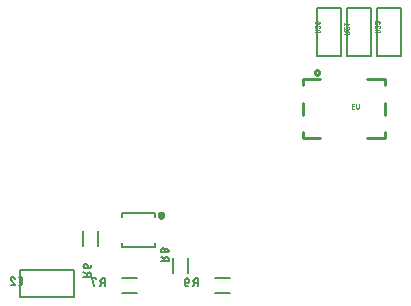
<source format=gbr>
G04 EAGLE Gerber RS-274X export*
G75*
%MOMM*%
%FSLAX34Y34*%
%LPD*%
%INSilkscreen Bottom*%
%IPPOS*%
%AMOC8*
5,1,8,0,0,1.08239X$1,22.5*%
G01*
%ADD10C,0.127000*%
%ADD11C,0.406400*%
%ADD12C,0.203200*%
%ADD13C,0.152400*%
%ADD14C,0.025400*%
%ADD15C,0.254000*%


D10*
X123220Y138000D02*
X123220Y141000D01*
X95220Y141000D01*
X95220Y138000D01*
X123220Y116000D02*
X123220Y113000D01*
X95220Y113000D01*
X95220Y116000D01*
D11*
X127102Y139500D02*
X127104Y139566D01*
X127110Y139632D01*
X127120Y139698D01*
X127133Y139763D01*
X127151Y139827D01*
X127172Y139889D01*
X127197Y139951D01*
X127225Y140011D01*
X127257Y140069D01*
X127293Y140125D01*
X127331Y140178D01*
X127373Y140230D01*
X127418Y140279D01*
X127465Y140325D01*
X127516Y140368D01*
X127568Y140408D01*
X127623Y140445D01*
X127680Y140479D01*
X127739Y140509D01*
X127800Y140536D01*
X127862Y140559D01*
X127925Y140578D01*
X127990Y140594D01*
X128055Y140606D01*
X128121Y140614D01*
X128187Y140618D01*
X128253Y140618D01*
X128319Y140614D01*
X128385Y140606D01*
X128450Y140594D01*
X128515Y140578D01*
X128578Y140559D01*
X128640Y140536D01*
X128701Y140509D01*
X128760Y140479D01*
X128817Y140445D01*
X128872Y140408D01*
X128924Y140368D01*
X128975Y140325D01*
X129022Y140279D01*
X129067Y140230D01*
X129109Y140178D01*
X129147Y140125D01*
X129183Y140069D01*
X129215Y140011D01*
X129243Y139951D01*
X129268Y139889D01*
X129289Y139827D01*
X129307Y139763D01*
X129320Y139698D01*
X129330Y139632D01*
X129336Y139566D01*
X129338Y139500D01*
X129336Y139434D01*
X129330Y139368D01*
X129320Y139302D01*
X129307Y139237D01*
X129289Y139173D01*
X129268Y139111D01*
X129243Y139049D01*
X129215Y138989D01*
X129183Y138931D01*
X129147Y138875D01*
X129109Y138822D01*
X129067Y138770D01*
X129022Y138721D01*
X128975Y138675D01*
X128924Y138632D01*
X128872Y138592D01*
X128817Y138555D01*
X128760Y138521D01*
X128701Y138491D01*
X128640Y138464D01*
X128578Y138441D01*
X128515Y138422D01*
X128450Y138406D01*
X128385Y138394D01*
X128319Y138386D01*
X128253Y138382D01*
X128187Y138382D01*
X128121Y138386D01*
X128055Y138394D01*
X127990Y138406D01*
X127925Y138422D01*
X127862Y138441D01*
X127800Y138464D01*
X127739Y138491D01*
X127680Y138521D01*
X127623Y138555D01*
X127568Y138592D01*
X127516Y138632D01*
X127465Y138675D01*
X127418Y138721D01*
X127373Y138770D01*
X127331Y138822D01*
X127293Y138875D01*
X127257Y138931D01*
X127225Y138989D01*
X127197Y139049D01*
X127172Y139111D01*
X127151Y139173D01*
X127133Y139237D01*
X127120Y139302D01*
X127110Y139368D01*
X127104Y139434D01*
X127102Y139500D01*
D12*
X54610Y92710D02*
X8890Y92710D01*
X8890Y69850D01*
X54610Y69850D01*
X54610Y92710D01*
D13*
X9200Y80772D02*
X7733Y80772D01*
X9200Y80772D02*
X9274Y80774D01*
X9349Y80780D01*
X9422Y80789D01*
X9496Y80802D01*
X9568Y80819D01*
X9639Y80839D01*
X9710Y80863D01*
X9779Y80891D01*
X9847Y80922D01*
X9912Y80956D01*
X9977Y80994D01*
X10039Y81035D01*
X10099Y81079D01*
X10156Y81126D01*
X10211Y81176D01*
X10264Y81229D01*
X10314Y81284D01*
X10361Y81341D01*
X10405Y81401D01*
X10446Y81463D01*
X10484Y81528D01*
X10518Y81594D01*
X10549Y81661D01*
X10577Y81730D01*
X10601Y81801D01*
X10621Y81872D01*
X10638Y81945D01*
X10651Y82018D01*
X10660Y82092D01*
X10666Y82166D01*
X10668Y82240D01*
X10668Y85908D01*
X10666Y85982D01*
X10660Y86057D01*
X10651Y86130D01*
X10638Y86203D01*
X10621Y86276D01*
X10601Y86347D01*
X10577Y86418D01*
X10549Y86487D01*
X10518Y86554D01*
X10484Y86620D01*
X10446Y86685D01*
X10405Y86747D01*
X10361Y86807D01*
X10314Y86864D01*
X10264Y86919D01*
X10211Y86972D01*
X10156Y87022D01*
X10099Y87069D01*
X10039Y87113D01*
X9977Y87154D01*
X9912Y87192D01*
X9847Y87226D01*
X9779Y87257D01*
X9710Y87285D01*
X9640Y87309D01*
X9568Y87329D01*
X9496Y87346D01*
X9422Y87359D01*
X9349Y87368D01*
X9274Y87374D01*
X9200Y87376D01*
X7733Y87376D01*
X2519Y87376D02*
X2440Y87374D01*
X2362Y87369D01*
X2284Y87359D01*
X2207Y87346D01*
X2130Y87329D01*
X2054Y87309D01*
X1979Y87285D01*
X1905Y87258D01*
X1833Y87227D01*
X1762Y87192D01*
X1693Y87155D01*
X1626Y87114D01*
X1561Y87070D01*
X1498Y87023D01*
X1438Y86973D01*
X1380Y86920D01*
X1324Y86864D01*
X1271Y86806D01*
X1221Y86746D01*
X1174Y86683D01*
X1130Y86618D01*
X1089Y86551D01*
X1052Y86482D01*
X1017Y86411D01*
X986Y86339D01*
X959Y86265D01*
X935Y86190D01*
X915Y86114D01*
X898Y86037D01*
X885Y85960D01*
X875Y85882D01*
X870Y85804D01*
X868Y85725D01*
X2519Y87376D02*
X2608Y87374D01*
X2697Y87369D01*
X2785Y87359D01*
X2873Y87346D01*
X2960Y87330D01*
X3047Y87309D01*
X3132Y87285D01*
X3217Y87258D01*
X3300Y87227D01*
X3382Y87192D01*
X3463Y87154D01*
X3542Y87113D01*
X3618Y87069D01*
X3694Y87021D01*
X3767Y86970D01*
X3837Y86917D01*
X3906Y86860D01*
X3972Y86800D01*
X4035Y86738D01*
X4096Y86673D01*
X4154Y86606D01*
X4209Y86536D01*
X4262Y86464D01*
X4311Y86390D01*
X4357Y86314D01*
X4399Y86236D01*
X4439Y86156D01*
X4475Y86075D01*
X4508Y85992D01*
X4537Y85908D01*
X1418Y84441D02*
X1362Y84497D01*
X1308Y84556D01*
X1257Y84617D01*
X1208Y84681D01*
X1163Y84746D01*
X1120Y84814D01*
X1081Y84883D01*
X1044Y84954D01*
X1011Y85027D01*
X982Y85101D01*
X955Y85176D01*
X932Y85252D01*
X913Y85330D01*
X897Y85408D01*
X884Y85486D01*
X875Y85566D01*
X870Y85645D01*
X868Y85725D01*
X1418Y84441D02*
X4537Y80772D01*
X868Y80772D01*
D12*
X62230Y113030D02*
X62230Y125730D01*
X74930Y125730D02*
X74930Y113030D01*
D13*
X69088Y87393D02*
X62484Y87393D01*
X69088Y87393D02*
X69088Y89227D01*
X69086Y89312D01*
X69080Y89396D01*
X69070Y89480D01*
X69057Y89564D01*
X69039Y89647D01*
X69018Y89729D01*
X68993Y89810D01*
X68964Y89890D01*
X68932Y89968D01*
X68896Y90044D01*
X68856Y90119D01*
X68813Y90192D01*
X68767Y90263D01*
X68718Y90332D01*
X68665Y90399D01*
X68609Y90463D01*
X68551Y90524D01*
X68490Y90582D01*
X68426Y90638D01*
X68359Y90691D01*
X68290Y90740D01*
X68219Y90786D01*
X68146Y90829D01*
X68071Y90869D01*
X67995Y90905D01*
X67917Y90937D01*
X67837Y90966D01*
X67756Y90991D01*
X67674Y91012D01*
X67591Y91030D01*
X67507Y91043D01*
X67423Y91053D01*
X67339Y91059D01*
X67254Y91061D01*
X67169Y91059D01*
X67085Y91053D01*
X67001Y91043D01*
X66917Y91030D01*
X66834Y91012D01*
X66752Y90991D01*
X66671Y90966D01*
X66591Y90937D01*
X66513Y90905D01*
X66437Y90869D01*
X66362Y90829D01*
X66289Y90786D01*
X66218Y90740D01*
X66149Y90691D01*
X66082Y90638D01*
X66018Y90582D01*
X65957Y90524D01*
X65899Y90463D01*
X65843Y90399D01*
X65790Y90332D01*
X65741Y90263D01*
X65695Y90192D01*
X65652Y90119D01*
X65612Y90044D01*
X65576Y89968D01*
X65544Y89890D01*
X65515Y89810D01*
X65490Y89729D01*
X65469Y89647D01*
X65451Y89564D01*
X65438Y89480D01*
X65428Y89396D01*
X65422Y89312D01*
X65420Y89227D01*
X65419Y89227D02*
X65419Y87393D01*
X65419Y89594D02*
X62484Y91062D01*
X66153Y94629D02*
X66153Y96830D01*
X66151Y96904D01*
X66145Y96979D01*
X66136Y97052D01*
X66123Y97126D01*
X66106Y97198D01*
X66086Y97269D01*
X66062Y97340D01*
X66034Y97409D01*
X66003Y97476D01*
X65969Y97542D01*
X65931Y97607D01*
X65890Y97669D01*
X65846Y97729D01*
X65799Y97786D01*
X65749Y97841D01*
X65696Y97894D01*
X65641Y97944D01*
X65584Y97991D01*
X65524Y98035D01*
X65462Y98076D01*
X65397Y98114D01*
X65331Y98148D01*
X65264Y98179D01*
X65195Y98207D01*
X65124Y98231D01*
X65053Y98251D01*
X64981Y98268D01*
X64907Y98281D01*
X64834Y98290D01*
X64759Y98296D01*
X64685Y98298D01*
X64318Y98298D01*
X64233Y98296D01*
X64149Y98290D01*
X64065Y98280D01*
X63981Y98267D01*
X63898Y98249D01*
X63816Y98228D01*
X63735Y98203D01*
X63655Y98174D01*
X63577Y98142D01*
X63501Y98106D01*
X63426Y98066D01*
X63353Y98023D01*
X63282Y97977D01*
X63213Y97928D01*
X63146Y97875D01*
X63082Y97819D01*
X63021Y97761D01*
X62963Y97700D01*
X62907Y97636D01*
X62854Y97569D01*
X62805Y97500D01*
X62759Y97429D01*
X62716Y97356D01*
X62676Y97281D01*
X62640Y97205D01*
X62608Y97127D01*
X62579Y97047D01*
X62554Y96966D01*
X62533Y96884D01*
X62515Y96801D01*
X62502Y96717D01*
X62492Y96633D01*
X62486Y96549D01*
X62484Y96464D01*
X62486Y96379D01*
X62492Y96295D01*
X62502Y96211D01*
X62515Y96127D01*
X62533Y96044D01*
X62554Y95962D01*
X62579Y95881D01*
X62608Y95801D01*
X62640Y95723D01*
X62676Y95647D01*
X62716Y95572D01*
X62759Y95499D01*
X62805Y95428D01*
X62854Y95359D01*
X62907Y95292D01*
X62963Y95228D01*
X63021Y95167D01*
X63082Y95109D01*
X63146Y95053D01*
X63213Y95000D01*
X63282Y94951D01*
X63353Y94905D01*
X63426Y94862D01*
X63501Y94822D01*
X63577Y94786D01*
X63655Y94754D01*
X63735Y94725D01*
X63816Y94700D01*
X63898Y94679D01*
X63981Y94661D01*
X64065Y94648D01*
X64149Y94638D01*
X64233Y94632D01*
X64318Y94630D01*
X64318Y94629D02*
X66153Y94629D01*
X66260Y94631D01*
X66367Y94637D01*
X66474Y94647D01*
X66580Y94660D01*
X66686Y94678D01*
X66791Y94699D01*
X66895Y94724D01*
X66999Y94753D01*
X67101Y94786D01*
X67201Y94823D01*
X67301Y94863D01*
X67399Y94907D01*
X67495Y94954D01*
X67589Y95005D01*
X67682Y95059D01*
X67772Y95116D01*
X67861Y95177D01*
X67947Y95241D01*
X68030Y95308D01*
X68112Y95378D01*
X68190Y95451D01*
X68266Y95527D01*
X68339Y95605D01*
X68409Y95687D01*
X68476Y95770D01*
X68540Y95856D01*
X68601Y95945D01*
X68658Y96035D01*
X68712Y96128D01*
X68763Y96222D01*
X68810Y96318D01*
X68854Y96416D01*
X68894Y96516D01*
X68931Y96616D01*
X68964Y96718D01*
X68993Y96822D01*
X69018Y96926D01*
X69039Y97031D01*
X69057Y97137D01*
X69070Y97243D01*
X69080Y97350D01*
X69086Y97457D01*
X69088Y97564D01*
D12*
X95250Y86360D02*
X107950Y86360D01*
X107950Y73660D02*
X95250Y73660D01*
D13*
X80518Y79502D02*
X80518Y86106D01*
X78684Y86106D01*
X78599Y86104D01*
X78515Y86098D01*
X78431Y86088D01*
X78347Y86075D01*
X78264Y86057D01*
X78182Y86036D01*
X78101Y86011D01*
X78021Y85982D01*
X77943Y85950D01*
X77867Y85914D01*
X77792Y85874D01*
X77719Y85831D01*
X77648Y85785D01*
X77579Y85736D01*
X77512Y85683D01*
X77448Y85627D01*
X77387Y85569D01*
X77329Y85508D01*
X77273Y85444D01*
X77220Y85377D01*
X77171Y85308D01*
X77125Y85237D01*
X77082Y85164D01*
X77042Y85089D01*
X77006Y85013D01*
X76974Y84935D01*
X76945Y84855D01*
X76920Y84774D01*
X76899Y84692D01*
X76881Y84609D01*
X76868Y84525D01*
X76858Y84441D01*
X76852Y84357D01*
X76850Y84272D01*
X76852Y84187D01*
X76858Y84103D01*
X76868Y84019D01*
X76881Y83935D01*
X76899Y83852D01*
X76920Y83770D01*
X76945Y83689D01*
X76974Y83609D01*
X77006Y83531D01*
X77042Y83455D01*
X77082Y83380D01*
X77125Y83307D01*
X77171Y83236D01*
X77220Y83167D01*
X77273Y83100D01*
X77329Y83036D01*
X77387Y82975D01*
X77448Y82917D01*
X77512Y82861D01*
X77579Y82808D01*
X77648Y82759D01*
X77719Y82713D01*
X77792Y82670D01*
X77867Y82630D01*
X77943Y82594D01*
X78021Y82562D01*
X78101Y82533D01*
X78182Y82508D01*
X78264Y82487D01*
X78347Y82469D01*
X78431Y82456D01*
X78515Y82446D01*
X78599Y82440D01*
X78684Y82438D01*
X78684Y82437D02*
X80518Y82437D01*
X78317Y82437D02*
X76849Y79502D01*
X73282Y85372D02*
X73282Y86106D01*
X69613Y86106D01*
X71447Y79502D01*
D12*
X138430Y90170D02*
X138430Y102870D01*
X151130Y102870D02*
X151130Y90170D01*
D13*
X134493Y100728D02*
X127889Y100728D01*
X134493Y100728D02*
X134493Y102562D01*
X134491Y102647D01*
X134485Y102731D01*
X134475Y102815D01*
X134462Y102899D01*
X134444Y102982D01*
X134423Y103064D01*
X134398Y103145D01*
X134369Y103225D01*
X134337Y103303D01*
X134301Y103379D01*
X134261Y103454D01*
X134218Y103527D01*
X134172Y103598D01*
X134123Y103667D01*
X134070Y103734D01*
X134014Y103798D01*
X133956Y103859D01*
X133895Y103917D01*
X133831Y103973D01*
X133764Y104026D01*
X133695Y104075D01*
X133624Y104121D01*
X133551Y104164D01*
X133476Y104204D01*
X133400Y104240D01*
X133322Y104272D01*
X133242Y104301D01*
X133161Y104326D01*
X133079Y104347D01*
X132996Y104365D01*
X132912Y104378D01*
X132828Y104388D01*
X132744Y104394D01*
X132659Y104396D01*
X132574Y104394D01*
X132490Y104388D01*
X132406Y104378D01*
X132322Y104365D01*
X132239Y104347D01*
X132157Y104326D01*
X132076Y104301D01*
X131996Y104272D01*
X131918Y104240D01*
X131842Y104204D01*
X131767Y104164D01*
X131694Y104121D01*
X131623Y104075D01*
X131554Y104026D01*
X131487Y103973D01*
X131423Y103917D01*
X131362Y103859D01*
X131304Y103798D01*
X131248Y103734D01*
X131195Y103667D01*
X131146Y103598D01*
X131100Y103527D01*
X131057Y103454D01*
X131017Y103379D01*
X130981Y103303D01*
X130949Y103225D01*
X130920Y103145D01*
X130895Y103064D01*
X130874Y102982D01*
X130856Y102899D01*
X130843Y102815D01*
X130833Y102731D01*
X130827Y102647D01*
X130825Y102562D01*
X130824Y102562D02*
X130824Y100728D01*
X130824Y102929D02*
X127889Y104397D01*
X129723Y107965D02*
X129808Y107967D01*
X129892Y107973D01*
X129976Y107983D01*
X130060Y107996D01*
X130143Y108014D01*
X130225Y108035D01*
X130306Y108060D01*
X130386Y108089D01*
X130464Y108121D01*
X130540Y108157D01*
X130615Y108197D01*
X130688Y108240D01*
X130759Y108286D01*
X130828Y108335D01*
X130895Y108388D01*
X130959Y108444D01*
X131020Y108502D01*
X131078Y108563D01*
X131134Y108627D01*
X131187Y108694D01*
X131236Y108763D01*
X131282Y108834D01*
X131325Y108907D01*
X131365Y108982D01*
X131401Y109058D01*
X131433Y109136D01*
X131462Y109216D01*
X131487Y109297D01*
X131508Y109379D01*
X131526Y109462D01*
X131539Y109546D01*
X131549Y109630D01*
X131555Y109714D01*
X131557Y109799D01*
X131555Y109884D01*
X131549Y109968D01*
X131539Y110052D01*
X131526Y110136D01*
X131508Y110219D01*
X131487Y110301D01*
X131462Y110382D01*
X131433Y110462D01*
X131401Y110540D01*
X131365Y110616D01*
X131325Y110691D01*
X131282Y110764D01*
X131236Y110835D01*
X131187Y110904D01*
X131134Y110971D01*
X131078Y111035D01*
X131020Y111096D01*
X130959Y111154D01*
X130895Y111210D01*
X130828Y111263D01*
X130759Y111312D01*
X130688Y111358D01*
X130615Y111401D01*
X130540Y111441D01*
X130464Y111477D01*
X130386Y111509D01*
X130306Y111538D01*
X130225Y111563D01*
X130143Y111584D01*
X130060Y111602D01*
X129976Y111615D01*
X129892Y111625D01*
X129808Y111631D01*
X129723Y111633D01*
X129638Y111631D01*
X129554Y111625D01*
X129470Y111615D01*
X129386Y111602D01*
X129303Y111584D01*
X129221Y111563D01*
X129140Y111538D01*
X129060Y111509D01*
X128982Y111477D01*
X128906Y111441D01*
X128831Y111401D01*
X128758Y111358D01*
X128687Y111312D01*
X128618Y111263D01*
X128551Y111210D01*
X128487Y111154D01*
X128426Y111096D01*
X128368Y111035D01*
X128312Y110971D01*
X128259Y110904D01*
X128210Y110835D01*
X128164Y110764D01*
X128121Y110691D01*
X128081Y110616D01*
X128045Y110540D01*
X128013Y110462D01*
X127984Y110382D01*
X127959Y110301D01*
X127938Y110219D01*
X127920Y110136D01*
X127907Y110052D01*
X127897Y109968D01*
X127891Y109884D01*
X127889Y109799D01*
X127891Y109714D01*
X127897Y109630D01*
X127907Y109546D01*
X127920Y109462D01*
X127938Y109379D01*
X127959Y109297D01*
X127984Y109216D01*
X128013Y109136D01*
X128045Y109058D01*
X128081Y108982D01*
X128121Y108907D01*
X128164Y108834D01*
X128210Y108763D01*
X128259Y108694D01*
X128312Y108627D01*
X128368Y108563D01*
X128426Y108502D01*
X128487Y108444D01*
X128551Y108388D01*
X128618Y108335D01*
X128687Y108286D01*
X128758Y108240D01*
X128831Y108197D01*
X128906Y108157D01*
X128982Y108121D01*
X129060Y108089D01*
X129140Y108060D01*
X129221Y108035D01*
X129303Y108014D01*
X129386Y107996D01*
X129470Y107983D01*
X129554Y107973D01*
X129638Y107967D01*
X129723Y107965D01*
X133025Y108331D02*
X133101Y108333D01*
X133176Y108339D01*
X133251Y108348D01*
X133325Y108362D01*
X133399Y108379D01*
X133471Y108401D01*
X133543Y108425D01*
X133613Y108454D01*
X133681Y108486D01*
X133748Y108521D01*
X133813Y108560D01*
X133876Y108603D01*
X133936Y108648D01*
X133994Y108696D01*
X134050Y108748D01*
X134102Y108802D01*
X134152Y108859D01*
X134199Y108918D01*
X134243Y108979D01*
X134284Y109043D01*
X134321Y109109D01*
X134355Y109177D01*
X134385Y109246D01*
X134412Y109317D01*
X134435Y109389D01*
X134454Y109462D01*
X134469Y109536D01*
X134481Y109611D01*
X134489Y109686D01*
X134493Y109761D01*
X134493Y109837D01*
X134489Y109912D01*
X134481Y109987D01*
X134469Y110062D01*
X134454Y110136D01*
X134435Y110209D01*
X134412Y110281D01*
X134385Y110352D01*
X134355Y110421D01*
X134321Y110489D01*
X134284Y110555D01*
X134243Y110619D01*
X134199Y110680D01*
X134152Y110739D01*
X134102Y110796D01*
X134050Y110850D01*
X133994Y110902D01*
X133936Y110950D01*
X133876Y110995D01*
X133813Y111038D01*
X133748Y111077D01*
X133681Y111112D01*
X133613Y111144D01*
X133543Y111173D01*
X133471Y111197D01*
X133399Y111219D01*
X133325Y111236D01*
X133251Y111250D01*
X133176Y111259D01*
X133101Y111265D01*
X133025Y111267D01*
X132949Y111265D01*
X132874Y111259D01*
X132799Y111250D01*
X132725Y111236D01*
X132651Y111219D01*
X132579Y111197D01*
X132507Y111173D01*
X132437Y111144D01*
X132369Y111112D01*
X132302Y111077D01*
X132237Y111038D01*
X132174Y110995D01*
X132114Y110950D01*
X132056Y110902D01*
X132000Y110850D01*
X131948Y110796D01*
X131898Y110739D01*
X131851Y110680D01*
X131807Y110619D01*
X131766Y110555D01*
X131729Y110489D01*
X131695Y110421D01*
X131665Y110352D01*
X131638Y110281D01*
X131615Y110209D01*
X131596Y110136D01*
X131581Y110062D01*
X131569Y109987D01*
X131561Y109912D01*
X131557Y109837D01*
X131557Y109761D01*
X131561Y109686D01*
X131569Y109611D01*
X131581Y109536D01*
X131596Y109462D01*
X131615Y109389D01*
X131638Y109317D01*
X131665Y109246D01*
X131695Y109177D01*
X131729Y109109D01*
X131766Y109043D01*
X131807Y108979D01*
X131851Y108918D01*
X131898Y108859D01*
X131948Y108802D01*
X132000Y108748D01*
X132056Y108696D01*
X132114Y108648D01*
X132174Y108603D01*
X132237Y108560D01*
X132302Y108521D01*
X132369Y108486D01*
X132437Y108454D01*
X132507Y108425D01*
X132579Y108401D01*
X132651Y108379D01*
X132725Y108362D01*
X132799Y108348D01*
X132874Y108339D01*
X132949Y108333D01*
X133025Y108331D01*
D12*
X173990Y86360D02*
X186690Y86360D01*
X186690Y73660D02*
X173990Y73660D01*
D13*
X159258Y79502D02*
X159258Y86106D01*
X157424Y86106D01*
X157339Y86104D01*
X157255Y86098D01*
X157171Y86088D01*
X157087Y86075D01*
X157004Y86057D01*
X156922Y86036D01*
X156841Y86011D01*
X156761Y85982D01*
X156683Y85950D01*
X156607Y85914D01*
X156532Y85874D01*
X156459Y85831D01*
X156388Y85785D01*
X156319Y85736D01*
X156252Y85683D01*
X156188Y85627D01*
X156127Y85569D01*
X156069Y85508D01*
X156013Y85444D01*
X155960Y85377D01*
X155911Y85308D01*
X155865Y85237D01*
X155822Y85164D01*
X155782Y85089D01*
X155746Y85013D01*
X155714Y84935D01*
X155685Y84855D01*
X155660Y84774D01*
X155639Y84692D01*
X155621Y84609D01*
X155608Y84525D01*
X155598Y84441D01*
X155592Y84357D01*
X155590Y84272D01*
X155592Y84187D01*
X155598Y84103D01*
X155608Y84019D01*
X155621Y83935D01*
X155639Y83852D01*
X155660Y83770D01*
X155685Y83689D01*
X155714Y83609D01*
X155746Y83531D01*
X155782Y83455D01*
X155822Y83380D01*
X155865Y83307D01*
X155911Y83236D01*
X155960Y83167D01*
X156013Y83100D01*
X156069Y83036D01*
X156127Y82975D01*
X156188Y82917D01*
X156252Y82861D01*
X156319Y82808D01*
X156388Y82759D01*
X156459Y82713D01*
X156532Y82670D01*
X156607Y82630D01*
X156683Y82594D01*
X156761Y82562D01*
X156841Y82533D01*
X156922Y82508D01*
X157004Y82487D01*
X157087Y82469D01*
X157171Y82456D01*
X157255Y82446D01*
X157339Y82440D01*
X157424Y82438D01*
X157424Y82437D02*
X159258Y82437D01*
X157057Y82437D02*
X155589Y79502D01*
X150554Y82437D02*
X148353Y82437D01*
X150554Y82437D02*
X150628Y82439D01*
X150703Y82445D01*
X150776Y82454D01*
X150850Y82467D01*
X150922Y82484D01*
X150993Y82504D01*
X151064Y82528D01*
X151133Y82556D01*
X151201Y82587D01*
X151266Y82621D01*
X151331Y82659D01*
X151393Y82700D01*
X151453Y82744D01*
X151510Y82791D01*
X151565Y82841D01*
X151618Y82894D01*
X151668Y82949D01*
X151715Y83006D01*
X151759Y83066D01*
X151800Y83128D01*
X151838Y83193D01*
X151872Y83259D01*
X151903Y83326D01*
X151931Y83395D01*
X151955Y83466D01*
X151975Y83537D01*
X151992Y83610D01*
X152005Y83683D01*
X152014Y83757D01*
X152020Y83831D01*
X152022Y83905D01*
X152022Y84272D01*
X152021Y84272D02*
X152019Y84357D01*
X152013Y84441D01*
X152003Y84525D01*
X151990Y84609D01*
X151972Y84692D01*
X151951Y84774D01*
X151926Y84855D01*
X151897Y84935D01*
X151865Y85013D01*
X151829Y85089D01*
X151789Y85164D01*
X151746Y85237D01*
X151700Y85308D01*
X151651Y85377D01*
X151598Y85444D01*
X151542Y85508D01*
X151484Y85569D01*
X151423Y85627D01*
X151359Y85683D01*
X151292Y85736D01*
X151223Y85785D01*
X151152Y85831D01*
X151079Y85874D01*
X151004Y85914D01*
X150928Y85950D01*
X150850Y85982D01*
X150770Y86011D01*
X150689Y86036D01*
X150607Y86057D01*
X150524Y86075D01*
X150440Y86088D01*
X150356Y86098D01*
X150272Y86104D01*
X150187Y86106D01*
X150102Y86104D01*
X150018Y86098D01*
X149934Y86088D01*
X149850Y86075D01*
X149767Y86057D01*
X149685Y86036D01*
X149604Y86011D01*
X149524Y85982D01*
X149446Y85950D01*
X149370Y85914D01*
X149295Y85874D01*
X149222Y85831D01*
X149151Y85785D01*
X149082Y85736D01*
X149015Y85683D01*
X148951Y85627D01*
X148890Y85569D01*
X148832Y85508D01*
X148776Y85444D01*
X148723Y85377D01*
X148674Y85308D01*
X148628Y85237D01*
X148585Y85164D01*
X148545Y85089D01*
X148509Y85013D01*
X148477Y84935D01*
X148448Y84855D01*
X148423Y84774D01*
X148402Y84692D01*
X148384Y84609D01*
X148371Y84525D01*
X148361Y84441D01*
X148355Y84357D01*
X148353Y84272D01*
X148353Y82437D01*
X148355Y82330D01*
X148361Y82223D01*
X148371Y82116D01*
X148384Y82010D01*
X148402Y81904D01*
X148423Y81799D01*
X148448Y81695D01*
X148477Y81591D01*
X148510Y81489D01*
X148547Y81389D01*
X148587Y81289D01*
X148631Y81191D01*
X148678Y81095D01*
X148729Y81001D01*
X148783Y80908D01*
X148840Y80818D01*
X148901Y80729D01*
X148965Y80643D01*
X149032Y80560D01*
X149102Y80478D01*
X149175Y80400D01*
X149251Y80324D01*
X149329Y80251D01*
X149411Y80181D01*
X149494Y80114D01*
X149580Y80050D01*
X149669Y79989D01*
X149759Y79932D01*
X149852Y79878D01*
X149946Y79827D01*
X150042Y79780D01*
X150140Y79736D01*
X150240Y79696D01*
X150340Y79659D01*
X150442Y79626D01*
X150546Y79597D01*
X150650Y79572D01*
X150755Y79551D01*
X150861Y79533D01*
X150967Y79520D01*
X151074Y79510D01*
X151181Y79504D01*
X151288Y79502D01*
D10*
X260096Y274574D02*
X260096Y315214D01*
X260096Y274574D02*
X280416Y274574D01*
X280416Y315214D01*
X260096Y315214D01*
D14*
X258699Y294246D02*
X262509Y294246D01*
X262509Y295304D01*
X262507Y295368D01*
X262501Y295432D01*
X262492Y295495D01*
X262478Y295557D01*
X262461Y295619D01*
X262440Y295679D01*
X262416Y295738D01*
X262388Y295796D01*
X262356Y295851D01*
X262322Y295905D01*
X262284Y295956D01*
X262243Y296006D01*
X262199Y296052D01*
X262153Y296096D01*
X262103Y296137D01*
X262052Y296175D01*
X261998Y296209D01*
X261943Y296241D01*
X261885Y296269D01*
X261826Y296293D01*
X261766Y296314D01*
X261704Y296331D01*
X261642Y296345D01*
X261579Y296354D01*
X261515Y296360D01*
X261451Y296362D01*
X261387Y296360D01*
X261323Y296354D01*
X261260Y296345D01*
X261198Y296331D01*
X261136Y296314D01*
X261076Y296293D01*
X261017Y296269D01*
X260959Y296241D01*
X260904Y296209D01*
X260850Y296175D01*
X260799Y296137D01*
X260749Y296096D01*
X260703Y296052D01*
X260659Y296006D01*
X260618Y295956D01*
X260580Y295905D01*
X260546Y295851D01*
X260514Y295796D01*
X260486Y295738D01*
X260462Y295679D01*
X260441Y295619D01*
X260424Y295557D01*
X260410Y295495D01*
X260401Y295432D01*
X260395Y295368D01*
X260393Y295304D01*
X260392Y295304D02*
X260392Y294246D01*
X260392Y295516D02*
X258699Y296363D01*
X261557Y300000D02*
X261617Y299998D01*
X261676Y299992D01*
X261736Y299983D01*
X261794Y299970D01*
X261851Y299953D01*
X261908Y299933D01*
X261963Y299909D01*
X262016Y299882D01*
X262068Y299852D01*
X262117Y299818D01*
X262164Y299781D01*
X262209Y299742D01*
X262252Y299699D01*
X262291Y299654D01*
X262328Y299607D01*
X262362Y299558D01*
X262392Y299506D01*
X262419Y299453D01*
X262443Y299398D01*
X262463Y299341D01*
X262480Y299284D01*
X262493Y299226D01*
X262502Y299166D01*
X262508Y299107D01*
X262510Y299047D01*
X262509Y299047D02*
X262507Y298980D01*
X262502Y298913D01*
X262493Y298847D01*
X262480Y298781D01*
X262464Y298717D01*
X262444Y298653D01*
X262420Y298590D01*
X262394Y298528D01*
X262364Y298469D01*
X262331Y298411D01*
X262294Y298354D01*
X262255Y298300D01*
X262213Y298248D01*
X262168Y298199D01*
X262120Y298152D01*
X262070Y298108D01*
X262017Y298066D01*
X261962Y298028D01*
X261906Y297992D01*
X261847Y297960D01*
X261787Y297931D01*
X261725Y297905D01*
X261662Y297883D01*
X260816Y299682D02*
X260858Y299723D01*
X260903Y299762D01*
X260949Y299799D01*
X260998Y299833D01*
X261048Y299864D01*
X261100Y299891D01*
X261154Y299916D01*
X261209Y299938D01*
X261265Y299957D01*
X261322Y299972D01*
X261380Y299984D01*
X261439Y299992D01*
X261498Y299997D01*
X261557Y299999D01*
X260816Y299682D02*
X258699Y297883D01*
X258699Y299999D01*
X260604Y301540D02*
X260714Y301542D01*
X260823Y301548D01*
X260932Y301557D01*
X261041Y301571D01*
X261149Y301588D01*
X261257Y301609D01*
X261363Y301633D01*
X261469Y301662D01*
X261574Y301694D01*
X261678Y301729D01*
X261780Y301768D01*
X261881Y301811D01*
X261980Y301858D01*
X262030Y301878D01*
X262079Y301900D01*
X262127Y301926D01*
X262172Y301955D01*
X262215Y301988D01*
X262256Y302023D01*
X262295Y302061D01*
X262330Y302101D01*
X262363Y302144D01*
X262393Y302189D01*
X262420Y302236D01*
X262443Y302284D01*
X262463Y302334D01*
X262479Y302386D01*
X262492Y302438D01*
X262502Y302491D01*
X262507Y302545D01*
X262509Y302599D01*
X262507Y302653D01*
X262502Y302707D01*
X262492Y302760D01*
X262479Y302812D01*
X262463Y302864D01*
X262443Y302914D01*
X262420Y302962D01*
X262393Y303009D01*
X262363Y303054D01*
X262330Y303097D01*
X262295Y303137D01*
X262256Y303175D01*
X262215Y303210D01*
X262172Y303243D01*
X262127Y303272D01*
X262079Y303298D01*
X262030Y303320D01*
X261980Y303340D01*
X261980Y303339D02*
X261881Y303386D01*
X261780Y303429D01*
X261678Y303468D01*
X261574Y303503D01*
X261469Y303535D01*
X261363Y303564D01*
X261257Y303588D01*
X261149Y303609D01*
X261041Y303626D01*
X260932Y303640D01*
X260823Y303649D01*
X260714Y303655D01*
X260604Y303657D01*
X260604Y301540D02*
X260494Y301542D01*
X260385Y301548D01*
X260276Y301557D01*
X260167Y301571D01*
X260059Y301588D01*
X259951Y301609D01*
X259845Y301633D01*
X259739Y301662D01*
X259634Y301694D01*
X259531Y301729D01*
X259428Y301768D01*
X259327Y301811D01*
X259228Y301858D01*
X259178Y301878D01*
X259129Y301900D01*
X259081Y301926D01*
X259036Y301955D01*
X258993Y301988D01*
X258952Y302023D01*
X258913Y302061D01*
X258878Y302101D01*
X258845Y302144D01*
X258815Y302189D01*
X258788Y302236D01*
X258765Y302284D01*
X258745Y302334D01*
X258729Y302386D01*
X258716Y302438D01*
X258706Y302491D01*
X258701Y302545D01*
X258699Y302599D01*
X259228Y303339D02*
X259327Y303386D01*
X259428Y303429D01*
X259531Y303468D01*
X259634Y303503D01*
X259739Y303535D01*
X259845Y303564D01*
X259951Y303588D01*
X260059Y303609D01*
X260167Y303626D01*
X260276Y303640D01*
X260385Y303649D01*
X260494Y303655D01*
X260604Y303657D01*
X259228Y303340D02*
X259178Y303320D01*
X259129Y303298D01*
X259081Y303272D01*
X259036Y303243D01*
X258993Y303210D01*
X258952Y303175D01*
X258913Y303137D01*
X258878Y303097D01*
X258845Y303054D01*
X258815Y303009D01*
X258788Y302962D01*
X258765Y302914D01*
X258745Y302864D01*
X258729Y302812D01*
X258716Y302760D01*
X258706Y302707D01*
X258701Y302653D01*
X258699Y302599D01*
X259546Y301752D02*
X261662Y303445D01*
D10*
X285496Y315214D02*
X285496Y274574D01*
X305816Y274574D01*
X305816Y315214D01*
X285496Y315214D01*
D14*
X287274Y292976D02*
X283464Y292976D01*
X287274Y292976D02*
X287274Y294034D01*
X287272Y294098D01*
X287266Y294162D01*
X287257Y294225D01*
X287243Y294287D01*
X287226Y294349D01*
X287205Y294409D01*
X287181Y294468D01*
X287153Y294526D01*
X287121Y294581D01*
X287087Y294635D01*
X287049Y294686D01*
X287008Y294736D01*
X286964Y294782D01*
X286918Y294826D01*
X286868Y294867D01*
X286817Y294905D01*
X286763Y294939D01*
X286708Y294971D01*
X286650Y294999D01*
X286591Y295023D01*
X286531Y295044D01*
X286469Y295061D01*
X286407Y295075D01*
X286344Y295084D01*
X286280Y295090D01*
X286216Y295092D01*
X286152Y295090D01*
X286088Y295084D01*
X286025Y295075D01*
X285963Y295061D01*
X285901Y295044D01*
X285841Y295023D01*
X285782Y294999D01*
X285724Y294971D01*
X285669Y294939D01*
X285615Y294905D01*
X285564Y294867D01*
X285514Y294826D01*
X285468Y294782D01*
X285424Y294736D01*
X285383Y294686D01*
X285345Y294635D01*
X285311Y294581D01*
X285279Y294526D01*
X285251Y294468D01*
X285227Y294409D01*
X285206Y294349D01*
X285189Y294287D01*
X285175Y294225D01*
X285166Y294162D01*
X285160Y294098D01*
X285158Y294034D01*
X285157Y294034D02*
X285157Y292976D01*
X285157Y294246D02*
X283464Y295093D01*
X286322Y298730D02*
X286382Y298728D01*
X286441Y298722D01*
X286501Y298713D01*
X286559Y298700D01*
X286616Y298683D01*
X286673Y298663D01*
X286728Y298639D01*
X286781Y298612D01*
X286833Y298582D01*
X286882Y298548D01*
X286929Y298511D01*
X286974Y298472D01*
X287017Y298429D01*
X287056Y298384D01*
X287093Y298337D01*
X287127Y298288D01*
X287157Y298236D01*
X287184Y298183D01*
X287208Y298128D01*
X287228Y298071D01*
X287245Y298014D01*
X287258Y297956D01*
X287267Y297896D01*
X287273Y297837D01*
X287275Y297777D01*
X287274Y297777D02*
X287272Y297710D01*
X287267Y297643D01*
X287258Y297577D01*
X287245Y297511D01*
X287229Y297447D01*
X287209Y297383D01*
X287185Y297320D01*
X287159Y297258D01*
X287129Y297199D01*
X287096Y297141D01*
X287059Y297084D01*
X287020Y297030D01*
X286978Y296978D01*
X286933Y296929D01*
X286885Y296882D01*
X286835Y296838D01*
X286782Y296796D01*
X286727Y296758D01*
X286671Y296722D01*
X286612Y296690D01*
X286552Y296661D01*
X286490Y296635D01*
X286427Y296613D01*
X285581Y298412D02*
X285623Y298453D01*
X285668Y298492D01*
X285714Y298529D01*
X285763Y298563D01*
X285813Y298594D01*
X285865Y298621D01*
X285919Y298646D01*
X285974Y298668D01*
X286030Y298687D01*
X286087Y298702D01*
X286145Y298714D01*
X286204Y298722D01*
X286263Y298727D01*
X286322Y298729D01*
X285581Y298412D02*
X283464Y296613D01*
X283464Y298729D01*
X286427Y300270D02*
X287274Y301329D01*
X283464Y301329D01*
X283464Y302387D02*
X283464Y300270D01*
D10*
X310896Y315214D02*
X310896Y274574D01*
X331216Y274574D01*
X331216Y315214D01*
X310896Y315214D01*
D14*
X309499Y294246D02*
X313309Y294246D01*
X313309Y295304D01*
X313307Y295368D01*
X313301Y295432D01*
X313292Y295495D01*
X313278Y295557D01*
X313261Y295619D01*
X313240Y295679D01*
X313216Y295738D01*
X313188Y295796D01*
X313156Y295851D01*
X313122Y295905D01*
X313084Y295956D01*
X313043Y296006D01*
X312999Y296052D01*
X312953Y296096D01*
X312903Y296137D01*
X312852Y296175D01*
X312798Y296209D01*
X312743Y296241D01*
X312685Y296269D01*
X312626Y296293D01*
X312566Y296314D01*
X312504Y296331D01*
X312442Y296345D01*
X312379Y296354D01*
X312315Y296360D01*
X312251Y296362D01*
X312187Y296360D01*
X312123Y296354D01*
X312060Y296345D01*
X311998Y296331D01*
X311936Y296314D01*
X311876Y296293D01*
X311817Y296269D01*
X311759Y296241D01*
X311704Y296209D01*
X311650Y296175D01*
X311599Y296137D01*
X311549Y296096D01*
X311503Y296052D01*
X311459Y296006D01*
X311418Y295956D01*
X311380Y295905D01*
X311346Y295851D01*
X311314Y295796D01*
X311286Y295738D01*
X311262Y295679D01*
X311241Y295619D01*
X311224Y295557D01*
X311210Y295495D01*
X311201Y295432D01*
X311195Y295368D01*
X311193Y295304D01*
X311192Y295304D02*
X311192Y294246D01*
X311192Y295516D02*
X309499Y296363D01*
X312357Y300000D02*
X312417Y299998D01*
X312476Y299992D01*
X312536Y299983D01*
X312594Y299970D01*
X312651Y299953D01*
X312708Y299933D01*
X312763Y299909D01*
X312816Y299882D01*
X312868Y299852D01*
X312917Y299818D01*
X312964Y299781D01*
X313009Y299742D01*
X313052Y299699D01*
X313091Y299654D01*
X313128Y299607D01*
X313162Y299558D01*
X313192Y299506D01*
X313219Y299453D01*
X313243Y299398D01*
X313263Y299341D01*
X313280Y299284D01*
X313293Y299226D01*
X313302Y299166D01*
X313308Y299107D01*
X313310Y299047D01*
X313309Y299047D02*
X313307Y298980D01*
X313302Y298913D01*
X313293Y298847D01*
X313280Y298781D01*
X313264Y298717D01*
X313244Y298653D01*
X313220Y298590D01*
X313194Y298528D01*
X313164Y298469D01*
X313131Y298411D01*
X313094Y298354D01*
X313055Y298300D01*
X313013Y298248D01*
X312968Y298199D01*
X312920Y298152D01*
X312870Y298108D01*
X312817Y298066D01*
X312762Y298028D01*
X312706Y297992D01*
X312647Y297960D01*
X312587Y297931D01*
X312525Y297905D01*
X312462Y297883D01*
X311616Y299682D02*
X311658Y299723D01*
X311703Y299762D01*
X311749Y299799D01*
X311798Y299833D01*
X311848Y299864D01*
X311900Y299891D01*
X311954Y299916D01*
X312009Y299938D01*
X312065Y299957D01*
X312122Y299972D01*
X312180Y299984D01*
X312239Y299992D01*
X312298Y299997D01*
X312357Y299999D01*
X311616Y299682D02*
X309499Y297883D01*
X309499Y299999D01*
X312357Y303658D02*
X312417Y303656D01*
X312476Y303650D01*
X312536Y303641D01*
X312594Y303628D01*
X312651Y303611D01*
X312708Y303591D01*
X312763Y303567D01*
X312816Y303540D01*
X312868Y303510D01*
X312917Y303476D01*
X312964Y303439D01*
X313009Y303400D01*
X313052Y303357D01*
X313091Y303312D01*
X313128Y303265D01*
X313162Y303216D01*
X313192Y303164D01*
X313219Y303111D01*
X313243Y303056D01*
X313263Y302999D01*
X313280Y302942D01*
X313293Y302884D01*
X313302Y302824D01*
X313308Y302765D01*
X313310Y302705D01*
X313309Y302705D02*
X313307Y302638D01*
X313302Y302571D01*
X313293Y302505D01*
X313280Y302439D01*
X313264Y302375D01*
X313244Y302311D01*
X313220Y302248D01*
X313194Y302186D01*
X313164Y302127D01*
X313131Y302069D01*
X313094Y302012D01*
X313055Y301958D01*
X313013Y301906D01*
X312968Y301857D01*
X312920Y301810D01*
X312870Y301766D01*
X312817Y301724D01*
X312762Y301686D01*
X312706Y301650D01*
X312647Y301618D01*
X312587Y301589D01*
X312525Y301563D01*
X312462Y301541D01*
X311616Y303340D02*
X311658Y303381D01*
X311703Y303420D01*
X311749Y303457D01*
X311798Y303491D01*
X311848Y303522D01*
X311900Y303549D01*
X311954Y303574D01*
X312009Y303596D01*
X312065Y303615D01*
X312122Y303630D01*
X312180Y303642D01*
X312239Y303650D01*
X312298Y303655D01*
X312357Y303657D01*
X311616Y303340D02*
X309499Y301540D01*
X309499Y303657D01*
D15*
X247956Y254616D02*
X247956Y249616D01*
X317956Y249616D02*
X317956Y254616D01*
X258256Y260316D02*
X258258Y260405D01*
X258264Y260494D01*
X258274Y260583D01*
X258288Y260671D01*
X258305Y260758D01*
X258327Y260844D01*
X258353Y260930D01*
X258382Y261014D01*
X258415Y261097D01*
X258451Y261178D01*
X258492Y261258D01*
X258535Y261335D01*
X258582Y261411D01*
X258633Y261484D01*
X258686Y261555D01*
X258743Y261624D01*
X258803Y261690D01*
X258866Y261754D01*
X258931Y261814D01*
X258999Y261872D01*
X259070Y261926D01*
X259143Y261977D01*
X259218Y262025D01*
X259295Y262070D01*
X259374Y262111D01*
X259455Y262148D01*
X259537Y262182D01*
X259621Y262213D01*
X259706Y262239D01*
X259792Y262262D01*
X259879Y262280D01*
X259967Y262295D01*
X260056Y262306D01*
X260145Y262313D01*
X260234Y262316D01*
X260323Y262315D01*
X260412Y262310D01*
X260500Y262301D01*
X260589Y262288D01*
X260676Y262271D01*
X260763Y262251D01*
X260849Y262226D01*
X260933Y262198D01*
X261016Y262166D01*
X261098Y262130D01*
X261178Y262091D01*
X261256Y262048D01*
X261332Y262002D01*
X261406Y261952D01*
X261478Y261899D01*
X261547Y261843D01*
X261614Y261784D01*
X261678Y261722D01*
X261739Y261658D01*
X261798Y261590D01*
X261853Y261520D01*
X261905Y261448D01*
X261954Y261373D01*
X261999Y261297D01*
X262041Y261218D01*
X262079Y261138D01*
X262114Y261056D01*
X262145Y260972D01*
X262173Y260887D01*
X262196Y260801D01*
X262216Y260714D01*
X262232Y260627D01*
X262244Y260538D01*
X262252Y260450D01*
X262256Y260361D01*
X262256Y260271D01*
X262252Y260182D01*
X262244Y260094D01*
X262232Y260005D01*
X262216Y259918D01*
X262196Y259831D01*
X262173Y259745D01*
X262145Y259660D01*
X262114Y259576D01*
X262079Y259494D01*
X262041Y259414D01*
X261999Y259335D01*
X261954Y259259D01*
X261905Y259184D01*
X261853Y259112D01*
X261798Y259042D01*
X261739Y258974D01*
X261678Y258910D01*
X261614Y258848D01*
X261547Y258789D01*
X261478Y258733D01*
X261406Y258680D01*
X261332Y258630D01*
X261256Y258584D01*
X261178Y258541D01*
X261098Y258502D01*
X261016Y258466D01*
X260933Y258434D01*
X260849Y258406D01*
X260763Y258381D01*
X260676Y258361D01*
X260589Y258344D01*
X260500Y258331D01*
X260412Y258322D01*
X260323Y258317D01*
X260234Y258316D01*
X260145Y258319D01*
X260056Y258326D01*
X259967Y258337D01*
X259879Y258352D01*
X259792Y258370D01*
X259706Y258393D01*
X259621Y258419D01*
X259537Y258450D01*
X259455Y258484D01*
X259374Y258521D01*
X259295Y258562D01*
X259218Y258607D01*
X259143Y258655D01*
X259070Y258706D01*
X258999Y258760D01*
X258931Y258818D01*
X258866Y258878D01*
X258803Y258942D01*
X258743Y259008D01*
X258686Y259077D01*
X258633Y259148D01*
X258582Y259221D01*
X258535Y259297D01*
X258492Y259374D01*
X258451Y259454D01*
X258415Y259535D01*
X258382Y259618D01*
X258353Y259702D01*
X258327Y259788D01*
X258305Y259874D01*
X258288Y259961D01*
X258274Y260049D01*
X258264Y260138D01*
X258258Y260227D01*
X258256Y260316D01*
X317956Y209616D02*
X317956Y204616D01*
X247956Y204616D02*
X247956Y209616D01*
X302956Y254616D02*
X317956Y254616D01*
X262956Y254616D02*
X247956Y254616D01*
X302956Y204616D02*
X317956Y204616D01*
X262956Y204616D02*
X247956Y204616D01*
X317956Y224616D02*
X317956Y234616D01*
X247956Y234616D02*
X247956Y224616D01*
D14*
X295529Y230801D02*
X295529Y233553D01*
X295529Y230801D02*
X295527Y230737D01*
X295521Y230673D01*
X295512Y230610D01*
X295498Y230548D01*
X295481Y230486D01*
X295460Y230426D01*
X295436Y230367D01*
X295408Y230309D01*
X295376Y230254D01*
X295342Y230200D01*
X295304Y230149D01*
X295263Y230099D01*
X295219Y230053D01*
X295173Y230009D01*
X295123Y229968D01*
X295072Y229930D01*
X295018Y229896D01*
X294963Y229864D01*
X294905Y229836D01*
X294846Y229812D01*
X294786Y229791D01*
X294724Y229774D01*
X294662Y229760D01*
X294599Y229751D01*
X294535Y229745D01*
X294471Y229743D01*
X294407Y229745D01*
X294343Y229751D01*
X294280Y229760D01*
X294218Y229774D01*
X294156Y229791D01*
X294096Y229812D01*
X294037Y229836D01*
X293979Y229864D01*
X293924Y229896D01*
X293870Y229930D01*
X293819Y229968D01*
X293769Y230009D01*
X293723Y230053D01*
X293679Y230099D01*
X293638Y230149D01*
X293600Y230200D01*
X293566Y230254D01*
X293534Y230309D01*
X293506Y230367D01*
X293482Y230426D01*
X293461Y230486D01*
X293444Y230548D01*
X293430Y230610D01*
X293421Y230673D01*
X293415Y230737D01*
X293413Y230801D01*
X293412Y230801D02*
X293412Y233553D01*
X291750Y229743D02*
X290691Y229743D01*
X290627Y229745D01*
X290563Y229751D01*
X290500Y229760D01*
X290438Y229774D01*
X290376Y229791D01*
X290316Y229812D01*
X290257Y229836D01*
X290199Y229864D01*
X290144Y229896D01*
X290090Y229930D01*
X290039Y229968D01*
X289989Y230009D01*
X289943Y230053D01*
X289899Y230099D01*
X289858Y230149D01*
X289820Y230200D01*
X289786Y230254D01*
X289754Y230309D01*
X289726Y230367D01*
X289702Y230426D01*
X289681Y230486D01*
X289664Y230548D01*
X289650Y230610D01*
X289641Y230673D01*
X289635Y230737D01*
X289633Y230801D01*
X289635Y230865D01*
X289641Y230929D01*
X289650Y230992D01*
X289664Y231054D01*
X289681Y231116D01*
X289702Y231176D01*
X289726Y231235D01*
X289754Y231293D01*
X289786Y231348D01*
X289820Y231402D01*
X289858Y231453D01*
X289899Y231503D01*
X289943Y231549D01*
X289989Y231593D01*
X290039Y231634D01*
X290090Y231672D01*
X290144Y231706D01*
X290199Y231738D01*
X290257Y231766D01*
X290316Y231790D01*
X290376Y231811D01*
X290438Y231828D01*
X290500Y231842D01*
X290563Y231851D01*
X290627Y231857D01*
X290691Y231859D01*
X290480Y233553D02*
X291750Y233553D01*
X290480Y233553D02*
X290423Y233551D01*
X290367Y233545D01*
X290311Y233536D01*
X290256Y233523D01*
X290202Y233506D01*
X290149Y233486D01*
X290098Y233462D01*
X290048Y233435D01*
X290001Y233404D01*
X289955Y233371D01*
X289912Y233334D01*
X289871Y233295D01*
X289833Y233253D01*
X289798Y233208D01*
X289766Y233162D01*
X289737Y233113D01*
X289712Y233063D01*
X289690Y233010D01*
X289671Y232957D01*
X289656Y232902D01*
X289645Y232847D01*
X289637Y232791D01*
X289633Y232734D01*
X289633Y232678D01*
X289637Y232621D01*
X289645Y232565D01*
X289656Y232510D01*
X289671Y232455D01*
X289690Y232402D01*
X289712Y232349D01*
X289737Y232299D01*
X289766Y232250D01*
X289798Y232204D01*
X289833Y232159D01*
X289871Y232117D01*
X289912Y232078D01*
X289955Y232041D01*
X290001Y232008D01*
X290048Y231977D01*
X290098Y231950D01*
X290149Y231926D01*
X290202Y231906D01*
X290256Y231889D01*
X290311Y231876D01*
X290367Y231867D01*
X290423Y231861D01*
X290480Y231859D01*
X290480Y231860D02*
X291326Y231860D01*
M02*

</source>
